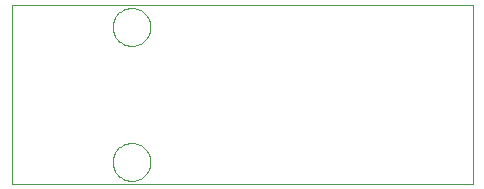
<source format=gm1>
G75*
G70*
%OFA0B0*%
%FSLAX24Y24*%
%IPPOS*%
%LPD*%
%AMOC8*
5,1,8,0,0,1.08239X$1,22.5*
%
%ADD10C,0.0000*%
D10*
X000392Y000140D02*
X000392Y006136D01*
X015762Y006136D01*
X015762Y000140D01*
X000392Y000140D01*
X003762Y000890D02*
X003764Y000940D01*
X003770Y000990D01*
X003780Y001039D01*
X003794Y001087D01*
X003811Y001134D01*
X003832Y001179D01*
X003857Y001223D01*
X003885Y001264D01*
X003917Y001303D01*
X003951Y001340D01*
X003988Y001374D01*
X004028Y001404D01*
X004070Y001431D01*
X004114Y001455D01*
X004160Y001476D01*
X004207Y001492D01*
X004255Y001505D01*
X004305Y001514D01*
X004354Y001519D01*
X004405Y001520D01*
X004455Y001517D01*
X004504Y001510D01*
X004553Y001499D01*
X004601Y001484D01*
X004647Y001466D01*
X004692Y001444D01*
X004735Y001418D01*
X004776Y001389D01*
X004815Y001357D01*
X004851Y001322D01*
X004883Y001284D01*
X004913Y001244D01*
X004940Y001201D01*
X004963Y001157D01*
X004982Y001111D01*
X004998Y001063D01*
X005010Y001014D01*
X005018Y000965D01*
X005022Y000915D01*
X005022Y000865D01*
X005018Y000815D01*
X005010Y000766D01*
X004998Y000717D01*
X004982Y000669D01*
X004963Y000623D01*
X004940Y000579D01*
X004913Y000536D01*
X004883Y000496D01*
X004851Y000458D01*
X004815Y000423D01*
X004776Y000391D01*
X004735Y000362D01*
X004692Y000336D01*
X004647Y000314D01*
X004601Y000296D01*
X004553Y000281D01*
X004504Y000270D01*
X004455Y000263D01*
X004405Y000260D01*
X004354Y000261D01*
X004305Y000266D01*
X004255Y000275D01*
X004207Y000288D01*
X004160Y000304D01*
X004114Y000325D01*
X004070Y000349D01*
X004028Y000376D01*
X003988Y000406D01*
X003951Y000440D01*
X003917Y000477D01*
X003885Y000516D01*
X003857Y000557D01*
X003832Y000601D01*
X003811Y000646D01*
X003794Y000693D01*
X003780Y000741D01*
X003770Y000790D01*
X003764Y000840D01*
X003762Y000890D01*
X003762Y005390D02*
X003764Y005440D01*
X003770Y005490D01*
X003780Y005539D01*
X003794Y005587D01*
X003811Y005634D01*
X003832Y005679D01*
X003857Y005723D01*
X003885Y005764D01*
X003917Y005803D01*
X003951Y005840D01*
X003988Y005874D01*
X004028Y005904D01*
X004070Y005931D01*
X004114Y005955D01*
X004160Y005976D01*
X004207Y005992D01*
X004255Y006005D01*
X004305Y006014D01*
X004354Y006019D01*
X004405Y006020D01*
X004455Y006017D01*
X004504Y006010D01*
X004553Y005999D01*
X004601Y005984D01*
X004647Y005966D01*
X004692Y005944D01*
X004735Y005918D01*
X004776Y005889D01*
X004815Y005857D01*
X004851Y005822D01*
X004883Y005784D01*
X004913Y005744D01*
X004940Y005701D01*
X004963Y005657D01*
X004982Y005611D01*
X004998Y005563D01*
X005010Y005514D01*
X005018Y005465D01*
X005022Y005415D01*
X005022Y005365D01*
X005018Y005315D01*
X005010Y005266D01*
X004998Y005217D01*
X004982Y005169D01*
X004963Y005123D01*
X004940Y005079D01*
X004913Y005036D01*
X004883Y004996D01*
X004851Y004958D01*
X004815Y004923D01*
X004776Y004891D01*
X004735Y004862D01*
X004692Y004836D01*
X004647Y004814D01*
X004601Y004796D01*
X004553Y004781D01*
X004504Y004770D01*
X004455Y004763D01*
X004405Y004760D01*
X004354Y004761D01*
X004305Y004766D01*
X004255Y004775D01*
X004207Y004788D01*
X004160Y004804D01*
X004114Y004825D01*
X004070Y004849D01*
X004028Y004876D01*
X003988Y004906D01*
X003951Y004940D01*
X003917Y004977D01*
X003885Y005016D01*
X003857Y005057D01*
X003832Y005101D01*
X003811Y005146D01*
X003794Y005193D01*
X003780Y005241D01*
X003770Y005290D01*
X003764Y005340D01*
X003762Y005390D01*
M02*

</source>
